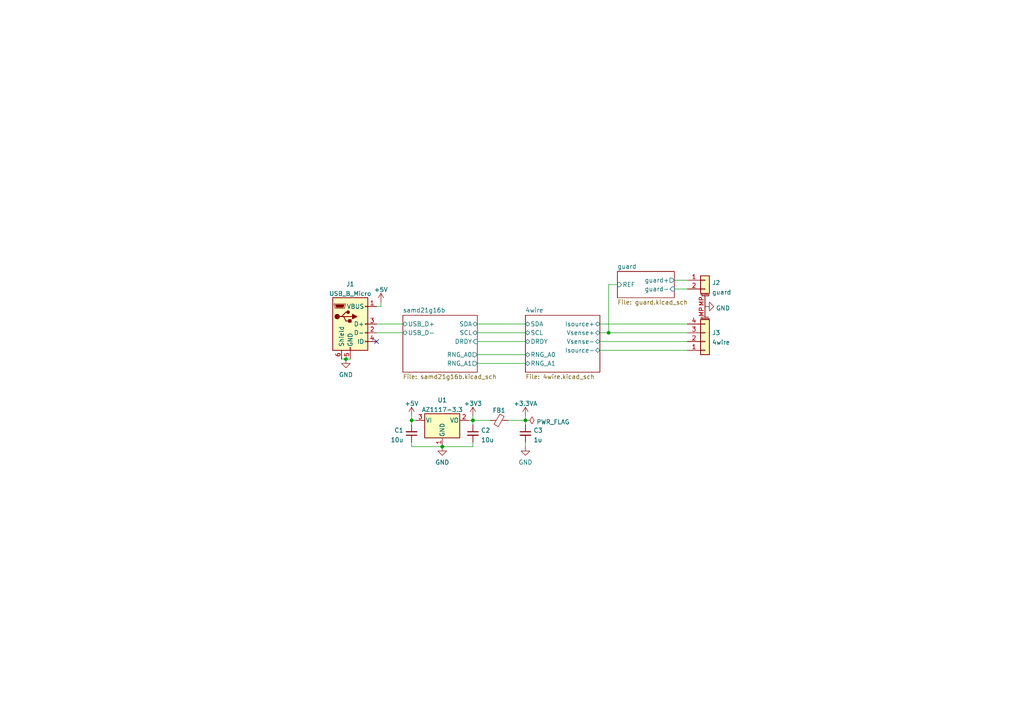
<source format=kicad_sch>
(kicad_sch (version 20211123) (generator eeschema)
  (paper "A4")
  (lib_symbols
    (symbol "Connector:USB_B_Micro" (pin_names (offset 1.016))
      (property "Reference" "J" (at -5.08 11.43 0))
      (property "Value" "USB_B_Micro" (at -5.08 8.89 0))
      (symbol "USB_B_Micro_0_1"
        (rectangle (start -5.08 -7.62) (end 5.08 7.62) (stroke (width 0.254)) (fill (type background)))
        (circle (center -3.81 2.159) (radius 0.635) (stroke (width 0.254)) (fill (type outline)))
        (circle (center -0.635 3.429) (radius 0.381) (stroke (width 0.254)) (fill (type outline)))
        (rectangle (start -0.127 -7.62) (end 0.127 -6.858))
        (polyline (pts (xy -1.905 2.159) (xy 0.635 2.159)) (stroke (width 0.254)))
        (polyline (pts (xy -3.175 2.159) (xy -2.54 2.159) (xy -1.27 3.429) (xy -0.635 3.429)) (stroke (width 0.254)))
        (polyline (pts (xy -2.54 2.159) (xy -1.905 2.159) (xy -1.27 0.889) (xy 0 0.889)) (stroke (width 0.254)))
        (polyline (pts (xy 0.635 2.794) (xy 0.635 1.524) (xy 1.905 2.159) (xy 0.635 2.794)) (stroke (width 0.254)) (fill (type outline)))
        (polyline (pts (xy -4.318 5.588) (xy -1.778 5.588) (xy -2.032 4.826) (xy -4.064 4.826) (xy -4.318 5.588)) (fill (type outline)))
        (polyline (pts (xy -4.699 5.842) (xy -4.699 5.588) (xy -4.445 4.826) (xy -4.445 4.572) (xy -1.651 4.572) (xy -1.651 4.826) (xy -1.397 5.588) (xy -1.397 5.842) (xy -4.699 5.842)))
        (rectangle (start 0.254 1.27) (end -0.508 0.508) (stroke (width 0.254)) (fill (type outline)))
        (rectangle (start 5.08 -5.207) (end 4.318 -4.953))
        (rectangle (start 5.08 -2.667) (end 4.318 -2.413))
        (rectangle (start 5.08 -0.127) (end 4.318 0.127))
        (rectangle (start 5.08 4.953) (end 4.318 5.207))
      )
      (symbol "USB_B_Micro_1_1"
        (pin power_out line (at 7.62 5.08 180) (length 2.54) (name "VBUS") (number "1"))
        (pin bidirectional line (at 7.62 -2.54 180) (length 2.54) (name "D-") (number "2"))
        (pin bidirectional line (at 7.62 0 180) (length 2.54) (name "D+") (number "3"))
        (pin passive line (at 7.62 -5.08 180) (length 2.54) (name "ID") (number "4"))
        (pin power_out line (at 0 -10.16 90) (length 2.54) (name "GND") (number "5"))
        (pin passive line (at -2.54 -10.16 90) (length 2.54) (name "Shield") (number "6"))
      )
    )
    (symbol "Connector_Generic_MountingPin:Conn_01x02_MountingPin" (pin_names (offset 1.016) hide)
      (property "Reference" "J" (at 0 2.54 0))
      (property "Value" "Conn_01x02_MountingPin" (at 1.27 -5.08 0))
      (symbol "Conn_01x02_MountingPin_1_1"
        (rectangle (start -1.27 -2.413) (end 0 -2.667) (stroke (width 0.1524)))
        (rectangle (start -1.27 0.127) (end 0 -0.127) (stroke (width 0.1524)))
        (rectangle (start -1.27 1.27) (end 1.27 -3.81) (stroke (width 0.254)) (fill (type background)))
        (polyline (pts (xy -1.016 -4.572) (xy 1.016 -4.572)) (stroke (width 0.1524)))
        (text "Mounting" (at 0 -4.191 0) (effects (font (size 0.381 0.381))))
        (pin passive line (at -5.08 0 0) (length 3.81) (name "Pin_1") (number "1"))
        (pin passive line (at -5.08 -2.54 0) (length 3.81) (name "Pin_2") (number "2"))
        (pin passive line (at 0 -7.62 90) (length 3.048) (name "MountPin") (number "MP"))
      )
    )
    (symbol "Connector_Generic_MountingPin:Conn_01x04_MountingPin" (pin_names (offset 1.016) hide)
      (property "Reference" "J" (at 0 5.08 0))
      (property "Value" "Conn_01x04_MountingPin" (at 1.27 -7.62 0))
      (symbol "Conn_01x04_MountingPin_1_1"
        (rectangle (start -1.27 -4.953) (end 0 -5.207) (stroke (width 0.1524)))
        (rectangle (start -1.27 -2.413) (end 0 -2.667) (stroke (width 0.1524)))
        (rectangle (start -1.27 0.127) (end 0 -0.127) (stroke (width 0.1524)))
        (rectangle (start -1.27 2.667) (end 0 2.413) (stroke (width 0.1524)))
        (rectangle (start -1.27 3.81) (end 1.27 -6.35) (stroke (width 0.254)) (fill (type background)))
        (polyline (pts (xy -1.016 -7.112) (xy 1.016 -7.112)) (stroke (width 0.1524)))
        (text "Mounting" (at 0 -6.731 0) (effects (font (size 0.381 0.381))))
        (pin passive line (at -5.08 2.54 0) (length 3.81) (name "Pin_1") (number "1"))
        (pin passive line (at -5.08 0 0) (length 3.81) (name "Pin_2") (number "2"))
        (pin passive line (at -5.08 -2.54 0) (length 3.81) (name "Pin_3") (number "3"))
        (pin passive line (at -5.08 -5.08 0) (length 3.81) (name "Pin_4") (number "4"))
        (pin passive line (at 0 -10.16 90) (length 3.048) (name "MountPin") (number "MP"))
      )
    )
    (symbol "Device:C_Small" (pin_numbers hide) (pin_names (offset 0.254) hide)
      (property "Reference" "C" (at 0.254 1.778 0))
      (property "Value" "C_Small" (at 0.254 -2.032 0))
      (symbol "C_Small_0_1"
        (polyline (pts (xy -1.524 -0.508) (xy 1.524 -0.508)) (stroke (width 0.3302)))
        (polyline (pts (xy -1.524 0.508) (xy 1.524 0.508)) (stroke (width 0.3048)))
      )
      (symbol "C_Small_1_1"
        (pin passive line (at 0 2.54 270) (length 2.032) (name "~") (number "1"))
        (pin passive line (at 0 -2.54 90) (length 2.032) (name "~") (number "2"))
      )
    )
    (symbol "Device:FerriteBead_Small" (pin_numbers hide) (pin_names (offset 0))
      (property "Reference" "FB" (at 1.905 1.27 0))
      (property "Value" "FerriteBead_Small" (at 1.905 -1.27 0))
      (symbol "FerriteBead_Small_0_1"
        (polyline (pts (xy 0 -1.27) (xy 0 -0.7874)))
        (polyline (pts (xy 0 0.889) (xy 0 1.2954)))
        (polyline (pts (xy -1.8288 0.2794) (xy -1.1176 1.4986) (xy 1.8288 -0.2032) (xy 1.1176 -1.4224) (xy -1.8288 0.2794)))
      )
      (symbol "FerriteBead_Small_1_1"
        (pin passive line (at 0 2.54 270) (length 1.27) (name "~") (number "1"))
        (pin passive line (at 0 -2.54 90) (length 1.27) (name "~") (number "2"))
      )
    )
    (symbol "Regulator_Linear:AZ1117-3.3" (pin_names (offset 0.254))
      (property "Reference" "U" (at -3.81 3.175 0))
      (property "Value" "AZ1117-3.3" (at 0 3.175 0))
      (symbol "AZ1117-3.3_0_1"
        (rectangle (start -5.08 1.905) (end 5.08 -5.08) (stroke (width 0.254)) (fill (type background)))
      )
      (symbol "AZ1117-3.3_1_1"
        (pin power_in line (at 0 -7.62 90) (length 2.54) (name "GND") (number "1"))
        (pin power_out line (at 7.62 0 180) (length 2.54) (name "VO") (number "2"))
        (pin power_in line (at -7.62 0 0) (length 2.54) (name "VI") (number "3"))
      )
    )
    (symbol "power:+3.3VA" (power) (pin_names (offset 0))
      (property "Value" "+3.3VA" (at 0 3.556 0))
      (symbol "+3.3VA_0_1"
        (polyline (pts (xy -0.762 1.27) (xy 0 2.54)))
        (polyline (pts (xy 0 0) (xy 0 2.54)))
        (polyline (pts (xy 0 2.54) (xy 0.762 1.27)))
      )
      (symbol "+3.3VA_1_1"
        (pin power_in line (at 0 0 90) (length 0) hide (name "+3.3VA") (number "1"))
      )
    )
    (symbol "power:+3V3" (power) (pin_names (offset 0))
      (property "Value" "+3V3" (at 0 3.556 0))
      (symbol "+3V3_0_1"
        (polyline (pts (xy -0.762 1.27) (xy 0 2.54)))
        (polyline (pts (xy 0 0) (xy 0 2.54)))
        (polyline (pts (xy 0 2.54) (xy 0.762 1.27)))
      )
      (symbol "+3V3_1_1"
        (pin power_in line (at 0 0 90) (length 0) hide (name "+3V3") (number "1"))
      )
    )
    (symbol "power:+5V" (power) (pin_names (offset 0))
      (property "Value" "+5V" (at 0 3.556 0))
      (symbol "+5V_0_1"
        (polyline (pts (xy -0.762 1.27) (xy 0 2.54)))
        (polyline (pts (xy 0 0) (xy 0 2.54)))
        (polyline (pts (xy 0 2.54) (xy 0.762 1.27)))
      )
      (symbol "+5V_1_1"
        (pin power_in line (at 0 0 90) (length 0) hide (name "+5V") (number "1"))
      )
    )
    (symbol "power:GND" (power) (pin_names (offset 0))
      (property "Value" "GND" (at 0 -3.81 0))
      (symbol "GND_0_1"
        (polyline (pts (xy 0 0) (xy 0 -1.27) (xy 1.27 -1.27) (xy 0 -2.54) (xy -1.27 -1.27) (xy 0 -1.27)))
      )
      (symbol "GND_1_1"
        (pin power_in line (at 0 0 270) (length 0) hide (name "GND") (number "1"))
      )
    )
    (symbol "power:PWR_FLAG" (power) (pin_numbers hide) (pin_names (offset 0) hide)
      (property "Value" "PWR_FLAG" (at 0 3.81 0))
      (symbol "PWR_FLAG_0_0"
        (pin power_out line (at 0 0 90) (length 0) (name "pwr") (number "1"))
      )
      (symbol "PWR_FLAG_0_1"
        (polyline (pts (xy 0 0) (xy 0 1.27) (xy -1.016 1.905) (xy 0 2.54) (xy 1.016 1.905) (xy 0 1.27)))
      )
    )
  )
  (junction (at 176.53 96.52))
  (junction (at 137.16 121.92))
  (junction (at 128.27 129.54))
  (junction (at 100.33 104.14))
  (junction (at 152.4 121.92))
  (junction (at 119.38 121.92))
  (no_connect (at 109.22 99.06))
  (wire (pts (xy 99.06 104.14) (xy 100.33 104.14)))
  (wire (pts (xy 199.39 101.6) (xy 173.99 101.6)))
  (wire (pts (xy 137.16 121.92) (xy 142.24 121.92)))
  (wire (pts (xy 199.39 93.98) (xy 173.99 93.98)))
  (wire (pts (xy 137.16 121.92) (xy 137.16 123.19)))
  (wire (pts (xy 147.32 121.92) (xy 152.4 121.92)))
  (wire (pts (xy 109.22 93.98) (xy 116.84 93.98)))
  (wire (pts (xy 176.53 96.52) (xy 173.99 96.52)))
  (wire (pts (xy 199.39 81.28) (xy 195.58 81.28)))
  (wire (pts (xy 138.43 93.98) (xy 152.4 93.98)))
  (wire (pts (xy 135.89 121.92) (xy 137.16 121.92)))
  (wire (pts (xy 152.4 121.92) (xy 152.4 123.19)))
  (wire (pts (xy 119.38 129.54) (xy 128.27 129.54)))
  (wire (pts (xy 109.22 88.9) (xy 110.49 88.9)))
  (wire (pts (xy 137.16 120.65) (xy 137.16 121.92)))
  (wire (pts (xy 119.38 128.27) (xy 119.38 129.54)))
  (wire (pts (xy 119.38 121.92) (xy 119.38 123.19)))
  (wire (pts (xy 119.38 120.65) (xy 119.38 121.92)))
  (wire (pts (xy 199.39 96.52) (xy 176.53 96.52)))
  (wire (pts (xy 179.07 82.55) (xy 176.53 82.55)))
  (wire (pts (xy 109.22 96.52) (xy 116.84 96.52)))
  (wire (pts (xy 199.39 99.06) (xy 173.99 99.06)))
  (wire (pts (xy 199.39 83.82) (xy 195.58 83.82)))
  (wire (pts (xy 152.4 121.92) (xy 152.4 120.65)))
  (wire (pts (xy 152.4 128.27) (xy 152.4 129.54)))
  (wire (pts (xy 119.38 121.92) (xy 120.65 121.92)))
  (wire (pts (xy 138.43 96.52) (xy 152.4 96.52)))
  (wire (pts (xy 137.16 128.27) (xy 137.16 129.54)))
  (wire (pts (xy 138.43 102.87) (xy 152.4 102.87)))
  (wire (pts (xy 138.43 99.06) (xy 152.4 99.06)))
  (wire (pts (xy 138.43 105.41) (xy 152.4 105.41)))
  (wire (pts (xy 100.33 104.14) (xy 101.6 104.14)))
  (wire (pts (xy 176.53 82.55) (xy 176.53 96.52)))
  (wire (pts (xy 110.49 88.9) (xy 110.49 87.63)))
  (wire (pts (xy 137.16 129.54) (xy 128.27 129.54)))
  (symbol (lib_id "Regulator_Linear:AZ1117-3.3") (at 128.27 121.92 0) (unit 1)
    (property "Reference" "U1" (at 128.27 116.0485 0))
    (property "Value" "AZ1117-3.3" (at 128.27 118.8236 0))
    (property "Footprint" "Package_TO_SOT_SMD:SOT-89-3" (effects hide))
    (property "Datasheet" "https://www.diodes.com/assets/Datasheets/AZ1117.pdf" (effects hide))
  )
  (symbol (lib_id "Device:C_Small") (at 137.16 125.73 0) (unit 1)
    (property "Reference" "C2" (at 139.4841 124.8278 0) (effects (justify left)))
    (property "Value" "10u" (at 139.4841 127.6029 0) (effects (justify left)))
    (property "Footprint" "Capacitor_SMD:C_0805_2012Metric" (effects hide))
  )
  (symbol (lib_id "Device:C_Small") (at 152.4 125.73 0) (unit 1)
    (property "Reference" "C3" (at 154.7241 124.8278 0) (effects (justify left)))
    (property "Value" "1u" (at 154.7241 127.6029 0) (effects (justify left)))
    (property "Footprint" "Capacitor_SMD:C_0603_1608Metric" (effects hide))
  )
  (symbol (lib_id "power:+5V") (at 110.49 87.63 0) (unit 1)
    (property "Reference" "#PWR02" (effects hide))
    (property "Value" "+5V" (at 110.49 84.0255 0))
  )
  (symbol (lib_id "power:GND") (at 100.33 104.14 0) (unit 1)
    (property "Reference" "#PWR01" (effects hide))
    (property "Value" "GND" (at 100.33 108.7025 0))
  )
  (symbol (lib_id "power:GND") (at 128.27 129.54 0) (unit 1)
    (property "Reference" "#PWR04" (effects hide))
    (property "Value" "GND" (at 128.27 134.1025 0))
  )
  (symbol (lib_id "Connector_Generic_MountingPin:Conn_01x04_MountingPin") (at 204.47 99.06 0) (mirror x) (unit 1)
    (property "Reference" "J3" (at 206.502 96.5259 0) (effects (justify left)))
    (property "Value" "4wire" (at 206.502 99.301 0) (effects (justify left)))
    (property "Footprint" "Connector_JST:JST_GH_SM04B-GHS-TB_1x04-1MP_P1.25mm_Horizontal" (effects hide))
  )
  (symbol (lib_id "power:+3V3") (at 137.16 120.65 0) (unit 1)
    (property "Reference" "#PWR05" (effects hide))
    (property "Value" "+3V3" (at 137.16 117.0455 0))
  )
  (symbol (lib_id "Device:FerriteBead_Small") (at 144.78 121.92 90) (unit 1)
    (property "Reference" "FB1" (at 144.7419 119.0267 90))
    (property "Value" "Ferrite" (effects hide))
    (property "Footprint" "Inductor_SMD:L_0603_1608Metric" (effects hide))
  )
  (symbol (lib_id "power:GND") (at 152.4 129.54 0) (unit 1)
    (property "Reference" "#PWR07" (effects hide))
    (property "Value" "GND" (at 152.4 134.1025 0))
  )
  (symbol (lib_id "power:PWR_FLAG") (at 152.4 121.92 270) (unit 1)
    (property "Reference" "#FLG01" (effects hide))
    (property "Value" "PWR_FLAG" (at 155.575 122.399 90) (effects (justify left)))
  )
  (symbol (lib_id "power:GND") (at 204.47 88.9 90) (unit 1)
    (property "Reference" "#PWR08" (effects hide))
    (property "Value" "GND" (at 207.645 89.379 90) (effects (justify right)))
  )
  (symbol (lib_id "power:+5V") (at 119.38 120.65 0) (unit 1)
    (property "Reference" "#PWR03" (effects hide))
    (property "Value" "+5V" (at 119.38 117.0455 0))
  )
  (symbol (lib_id "power:+3.3VA") (at 152.4 120.65 0) (unit 1)
    (property "Reference" "#PWR06" (effects hide))
    (property "Value" "+3.3VA" (at 152.4 117.0455 0))
  )
  (symbol (lib_id "Device:C_Small") (at 119.38 125.73 0) (mirror x) (unit 1)
    (property "Reference" "C1" (at 117.056 124.8151 0) (effects (justify right)))
    (property "Value" "10u" (at 117.056 127.5902 0) (effects (justify right)))
    (property "Footprint" "Capacitor_SMD:C_0805_2012Metric" (effects hide))
  )
  (symbol (lib_id "Connector_Generic_MountingPin:Conn_01x02_MountingPin") (at 204.47 81.28 0) (unit 1)
    (property "Reference" "J2" (at 206.502 81.9971 0) (effects (justify left)))
    (property "Value" "guard" (at 206.502 84.7722 0) (effects (justify left)))
    (property "Footprint" "Connector_JST:JST_GH_SM02B-GHS-TB_1x02-1MP_P1.25mm_Horizontal" (effects hide))
  )
  (symbol (lib_id "Connector:USB_B_Micro") (at 101.6 93.98 0) (unit 1)
    (property "Reference" "J1" (at 101.6 82.3935 0))
    (property "Value" "USB_B_Micro" (at 101.6 85.1686 0))
    (property "Footprint" "extraparts:USB_Micro-B_U254-05" (effects hide))
  )
  (sheet (at 116.84 91.44) (size 21.59 16.51) (stroke (width 0.1524))
    (property "Sheet name" "samd21g16b" (at 116.84 90.7284 0) (effects (justify left bottom)))
    (property "Sheet file" "samd21g16b.kicad_sch" (at 116.84 108.5346 0) (effects (justify left top)))
    (pin "RNG_A1" output (at 138.43 105.41 0))
    (pin "RNG_A0" output (at 138.43 102.87 0))
    (pin "SDA" bidirectional (at 138.43 93.98 0))
    (pin "SCL" bidirectional (at 138.43 96.52 0))
    (pin "USB_D+" bidirectional (at 116.84 93.98 180))
    (pin "USB_D-" bidirectional (at 116.84 96.52 180))
    (pin "DRDY" input (at 138.43 99.06 0))
  )
  (sheet (at 179.07 78.74) (size 16.51 7.62) (stroke (width 0.1524))
    (property "Sheet name" "guard" (at 179.07 78.0284 0) (effects (justify left bottom)))
    (property "Sheet file" "guard.kicad_sch" (at 179.07 86.9446 0) (effects (justify left top)))
    (pin "guard+" output (at 195.58 81.28 0))
    (pin "REF" input (at 179.07 82.55 180))
    (pin "guard-" input (at 195.58 83.82 0))
  )
  (sheet (at 152.4 91.44) (size 21.59 16.51) (stroke (width 0.1524))
    (property "Sheet name" "4wire" (at 152.4 90.7284 0) (effects (justify left bottom)))
    (property "Sheet file" "4wire.kicad_sch" (at 152.4 108.5346 0) (effects (justify left top)))
    (pin "Vsense+" bidirectional (at 173.99 96.52 0))
    (pin "Isource+" bidirectional (at 173.99 93.98 0))
    (pin "SCL" bidirectional (at 152.4 96.52 180))
    (pin "SDA" bidirectional (at 152.4 93.98 180))
    (pin "DRDY" bidirectional (at 152.4 99.06 180))
    (pin "Vsense-" bidirectional (at 173.99 99.06 0))
    (pin "Isource-" bidirectional (at 173.99 101.6 0))
    (pin "RNG_A0" bidirectional (at 152.4 102.87 180))
    (pin "RNG_A1" bidirectional (at 152.4 105.41 180))
  )
)
</source>
